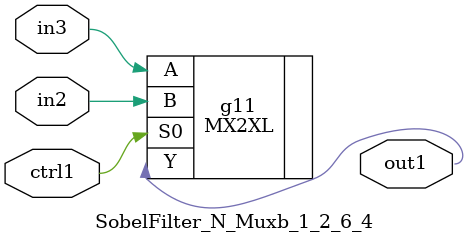
<source format=v>
`timescale 1ps / 1ps


module SobelFilter_N_Muxb_1_2_6_4(in3, in2, ctrl1, out1);
  input in3, in2, ctrl1;
  output out1;
  wire in3, in2, ctrl1;
  wire out1;
  MX2XL g11(.A (in3), .B (in2), .S0 (ctrl1), .Y (out1));
endmodule


</source>
